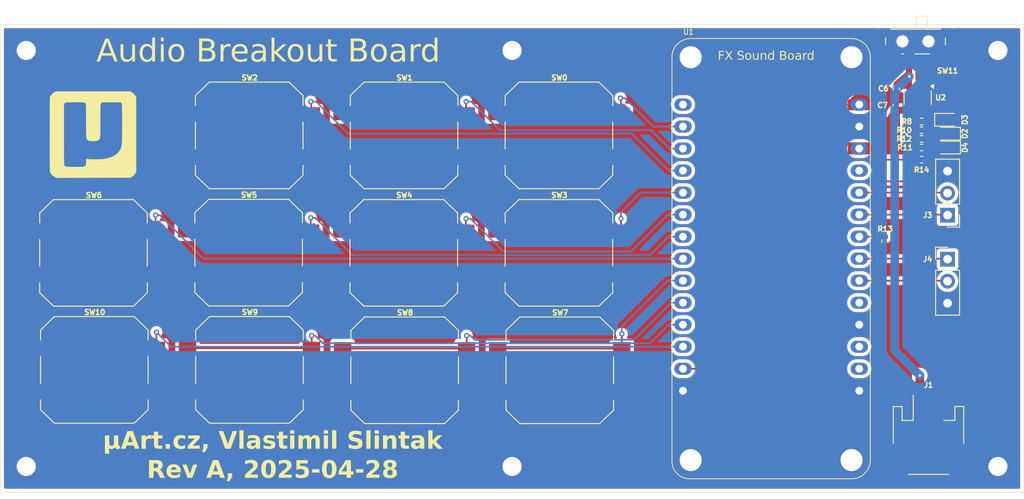
<source format=kicad_pcb>
(kicad_pcb
	(version 20241229)
	(generator "pcbnew")
	(generator_version "9.0")
	(general
		(thickness 1.6)
		(legacy_teardrops no)
	)
	(paper "A4")
	(title_block
		(title "Audio Breakout Board")
		(date "2025-04-28")
		(rev "A")
		(company "µArt.cz")
		(comment 1 "Vlastimil Slintak")
	)
	(layers
		(0 "F.Cu" signal)
		(2 "B.Cu" signal)
		(9 "F.Adhes" user "F.Adhesive")
		(11 "B.Adhes" user "B.Adhesive")
		(13 "F.Paste" user)
		(15 "B.Paste" user)
		(5 "F.SilkS" user "F.Silkscreen")
		(7 "B.SilkS" user "B.Silkscreen")
		(1 "F.Mask" user)
		(3 "B.Mask" user)
		(17 "Dwgs.User" user "User.Drawings")
		(19 "Cmts.User" user "User.Comments")
		(21 "Eco1.User" user "User.Eco1")
		(23 "Eco2.User" user "User.Eco2")
		(25 "Edge.Cuts" user)
		(27 "Margin" user)
		(31 "F.CrtYd" user "F.Courtyard")
		(29 "B.CrtYd" user "B.Courtyard")
		(35 "F.Fab" user)
		(33 "B.Fab" user)
		(39 "User.1" user)
		(41 "User.2" user)
		(43 "User.3" user)
		(45 "User.4" user)
	)
	(setup
		(pad_to_mask_clearance 0)
		(allow_soldermask_bridges_in_footprints no)
		(tenting front back)
		(aux_axis_origin 173.5 102.1)
		(grid_origin 173.5 102.1)
		(pcbplotparams
			(layerselection 0x00000000_00000000_55555555_5755f5ff)
			(plot_on_all_layers_selection 0x00000000_00000000_00000000_00000000)
			(disableapertmacros no)
			(usegerberextensions no)
			(usegerberattributes yes)
			(usegerberadvancedattributes yes)
			(creategerberjobfile yes)
			(dashed_line_dash_ratio 12.000000)
			(dashed_line_gap_ratio 3.000000)
			(svgprecision 4)
			(plotframeref no)
			(mode 1)
			(useauxorigin no)
			(hpglpennumber 1)
			(hpglpenspeed 20)
			(hpglpendiameter 15.000000)
			(pdf_front_fp_property_popups yes)
			(pdf_back_fp_property_popups yes)
			(pdf_metadata yes)
			(pdf_single_document no)
			(dxfpolygonmode yes)
			(dxfimperialunits yes)
			(dxfusepcbnewfont yes)
			(psnegative no)
			(psa4output no)
			(plot_black_and_white yes)
			(sketchpadsonfab no)
			(plotpadnumbers no)
			(hidednponfab no)
			(sketchdnponfab yes)
			(crossoutdnponfab yes)
			(subtractmaskfromsilk no)
			(outputformat 1)
			(mirror no)
			(drillshape 1)
			(scaleselection 1)
			(outputdirectory "")
		)
	)
	(net 0 "")
	(net 1 "+BATT")
	(net 2 "Net-(D3-K)")
	(net 3 "+5V")
	(net 4 "GND")
	(net 5 "Net-(D2-K)")
	(net 6 "Net-(D2-A)")
	(net 7 "Net-(R10-Pad1)")
	(net 8 "Net-(U2-PROG)")
	(net 9 "Net-(SW0-A)")
	(net 10 "Net-(SW1-A)")
	(net 11 "Net-(SW2-A)")
	(net 12 "Net-(SW3-A)")
	(net 13 "Net-(SW4-A)")
	(net 14 "Net-(SW5-A)")
	(net 15 "Net-(SW6-A)")
	(net 16 "Net-(SW7-A)")
	(net 17 "Net-(SW8-A)")
	(net 18 "Net-(SW9-A)")
	(net 19 "Net-(SW10-A)")
	(net 20 "unconnected-(U1-RST-Pad15)")
	(net 21 "unconnected-(U1-R-Pad12)")
	(net 22 "unconnected-(U1-L-Pad13)")
	(net 23 "Net-(D4-K)")
	(net 24 "Net-(D4-A)")
	(net 25 "Net-(U1-UG)")
	(net 26 "VCC")
	(net 27 "Net-(J4-Pin_2)")
	(net 28 "Net-(J3-Pin_1)")
	(net 29 "Net-(J4-Pin_1)")
	(net 30 "Net-(J3-Pin_2)")
	(net 31 "unconnected-(SW11-A-Pad1)")
	(net 32 "unconnected-(U1-CS-Pad10)")
	(net 33 "unconnected-(U1-PB-Pad4)")
	(footprint "MountingHole:MountingHole_2.2mm_M2_DIN965_Pad" (layer "F.Cu") (at 117.5 102.1))
	(footprint "Connector_PinHeader_2.54mm:PinHeader_1x03_P2.54mm_Vertical" (layer "F.Cu") (at 167.7 73.1 180))
	(footprint "LED_SMD:LED_0603_1608Metric" (layer "F.Cu") (at 167.7 62.1))
	(footprint "Resistor_SMD:R_0402_1005Metric" (layer "F.Cu") (at 164.7 63.3 180))
	(footprint "Resistor_SMD:R_0402_1005Metric" (layer "F.Cu") (at 164.7 66.7 180))
	(footprint "MountingHole:MountingHole_2.2mm_M2_DIN965_Pad" (layer "F.Cu") (at 117.5 54.1))
	(footprint "MountingHole:MountingHole_2.2mm_M2_DIN965_Pad" (layer "F.Cu") (at 173.5 102.1))
	(footprint "LOGO" (layer "F.Cu") (at 69.2 63.8))
	(footprint "parts:TS-1103S-C-Q" (layer "F.Cu") (at 69.25 77.455))
	(footprint "Capacitor_SMD:C_0402_1005Metric" (layer "F.Cu") (at 161.8 60.42 90))
	(footprint "LED_SMD:LED_0603_1608Metric" (layer "F.Cu") (at 167.7 63.7 180))
	(footprint "Package_TO_SOT_SMD:SOT-23-5" (layer "F.Cu") (at 164.25 59.5375 -90))
	(footprint "Connector_PinHeader_2.54mm:PinHeader_1x03_P2.54mm_Vertical" (layer "F.Cu") (at 167.7 78.18))
	(footprint "parts:TS-1103S-C-Q" (layer "F.Cu") (at 122.9025 77.45))
	(footprint "MountingHole:MountingHole_2.2mm_M2_DIN965_Pad" (layer "F.Cu") (at 173.5 54.1))
	(footprint "parts:Adafruit-Audio-FX" (layer "F.Cu") (at 150.3595 83.872))
	(footprint "LED_SMD:LED_0603_1608Metric" (layer "F.Cu") (at 167.7 65.3 180))
	(footprint "MountingHole:MountingHole_2.2mm_M2_DIN965_Pad" (layer "F.Cu") (at 61.5 102.1))
	(footprint "parts:TS-1103S-C-Q" (layer "F.Cu") (at 105.0525 63.9))
	(footprint "MountingHole:MountingHole_2.2mm_M2_DIN965_Pad" (layer "F.Cu") (at 61.5 54.1))
	(footprint "parts:TS-1103S-C-Q" (layer "F.Cu") (at 69.3475 90.955))
	(footprint "Resistor_SMD:R_0402_1005Metric" (layer "F.Cu") (at 160.5 76.1 90))
	(footprint "Button_Switch_SMD:SW_SPDT_PCM12" (layer "F.Cu") (at 164 53.375 180))
	(footprint "Connector_JST:JST_PH_S2B-PH-SM4-TB_1x02-1MP_P2.00mm_Horizontal" (layer "F.Cu") (at 165.5 98.5))
	(footprint "Resistor_SMD:R_0402_1005Metric" (layer "F.Cu") (at 164.7 62.3 180))
	(footprint "Capacitor_SMD:C_0402_1005Metric" (layer "F.Cu") (at 161.8 58.52 -90))
	(footprint "parts:TS-1103S-C-Q" (layer "F.Cu") (at 105.115833 91))
	(footprint "parts:TS-1103S-C-Q" (layer "F.Cu") (at 122.9025 63.9))
	(footprint "Resistor_SMD:R_0402_1005Metric" (layer "F.Cu") (at 164.71 65.3))
	(footprint "parts:TS-1103S-C-Q" (layer "F.Cu") (at 105.018333 77.45))
	(footprint "parts:TS-1103S-C-Q" (layer "F.Cu") (at 87.231667 90.955))
	(footprint "parts:TS-1103S-C-Q" (layer "F.Cu") (at 87.2025 63.9))
	(footprint "parts:TS-1103S-C-Q" (layer "F.Cu") (at 123 91))
	(footprint "parts:TS-1103S-C-Q"
		(layer "F.Cu")
		(uuid "fb715f9a-ae4b-43b5-a61e-16197682f6b9")
		(at 87.134167 77.4275)
		(tags "Button Tactile Switch SPST 1P1T")
		(property "Reference" "SW5"
			(at 0.05 -6.655 0)
			(layer "F.SilkS")
			(uuid "67faf8e9-0221-4ab4-94fa-b5a0574a6adf")
			(effects
				(font
					(size 0.6 0.6)
					(thickness 0.15)
				)
			)
		)
		(property "Value" "~"
			(at 0 7.1 0)
			(layer "F.Fab")
			(uuid "a0507640-add8-4f62-b426-b9409f8fb09f")
			(effects
				(font
					(size 1 1)
					(thickness 0.15)
				)
			)
		)
		(property "Datasheet" ""
			(at 0 0 0)
			(unlocked yes)
			(layer "F.Fab")
			(hide yes)
			(uuid "acc829b7-113d-4a5a-9862-b186d2530b90")
			(effects
				(font
					(size 1.27 1.27)
					(thickness 0.15)
				)
			)
		)
		(property "Description" "Single Pole Single Throw (SPST) switch"
			(at 0 0 0)
			(unlocked yes)
			(layer "F.Fab")
			(hide yes)
			(uuid "2000a34d-b501-4683-87ba-6432b0ee26cf")
			(effects
				(font
					(size 1.27 1.27)
					(thickness 0.15)
				)
			)
		)
		(property "LCSC" "C318914"
			(at 0 0 0)
			(unlocked yes)
			(layer "F.Fab")
			(hide yes)
			(uuid "b370b0a4-8363-4dd2-a487-0ad5215413d9")
			(effects
				(font
					(size 1 1)
					(thickness 0.15)
				)
			)
		)
		(path "/7f211fa2-1b56-4493-81ea-92836c8fa828")
		(sheetname "/")
		(sheetfile "audio-breakout-revA.kicad_sch")
		(attr smd)
		(fp_line
			(start -6.2 -4.6)
			(end -4.6 -6.15)
			(stroke
				(width 0.12)
				(type solid)
			)
			(layer "F.SilkS")
			(uuid "9172c837-f93d-4fe1-8849-ace2750cc7c3")
		)
		(fp_line
			(start -6.2 -3.45)
			(end -6.2 -4.6)
			(stroke
				(width 0.12)
				(type solid)
			)
			(layer "F.SilkS")
			(uuid "34a32626-c9a4-4e01-be76-d77126f190d1")
		)
		(fp_line
			(start -6.2 -1.55)
			(end -6.2 1.55)
			(stroke
				(width 0.12)
				(type solid)
			)
			(layer "F.SilkS")
			(uuid "1e72f6e5-1b07-4257-89ba-4cfa62067d52")
		)
		(fp_line
			(start -6.2 3.45)
			(end -6.2 4.6)
			(stroke
				(width 0.12)
				(type solid)
			)
			(layer "F.SilkS")
			(uuid "bdabdba6-b0d6-4e30-bac7-deedb4e7185d")
		)
		(fp_line
			(start -6.2 4.6)
			(end -4.6 6.15)
			(stroke
				(width 0.12)
				(type solid)
			)
			(layer "F.SilkS")
			(uuid "136feb71-39fe-4acf-a5ec-32c8d31f6ffe")
		)
		(fp_line
			(start -4.6 -6.15)
			(end 4.6 -6.15)
			(stroke
				(width 0.12)
				(type solid)
			)
			(layer "F.SilkS")
			(uuid "15838d00-27f5-491d-8bcf-f0e59de79bf8")
		)
		(fp_line
			(start -4.6 6.15)
			(end 4.6 6.15)
			(stroke
				(width 0.12)
				(type solid)
			)
			(layer "F.SilkS")
			(uuid "15ef9b11-219a-4b59-bcb0-81c880fe17f8")
		)
		(fp_line
			(start 4.6 -6.15)
			(end 6.2 -4.6)
			(stroke
				(width 0.12)
				(type solid)
			)
			(layer "F.SilkS")
			(uuid "ff79b595-8d37-4702-aa70-9edce3aab72e")
		)
		(fp_line
			(start 4.6 6.15)
			(end 6.2 4.6)
			(stroke
				(width 0.12)
				(type solid)
			)
			(layer "F.SilkS")
			(uuid "bd1e94be-e51c-4420-9e40-9772f07495bb")
		)
		(fp_line
			(start 6.2 -3.45)
			(end 6.2 -4.6)
			(stroke
				(width 0.12)
				(type solid)
			)
			(layer "F.SilkS")
			(uuid "0bf8b19d-749c-4a9e-a46f-4f2c6d6531ab")
		)
		(fp_line
			(start 6.2 -1.55)
			(end 6.2 1.55)
			(stroke
				(width 0.12)
				(type solid)
			)
			(layer "F.SilkS")
			(uuid "4026afa5-f58f-4885-b04d-da76d739f068")
		)
		(fp_line
			(start 6.2 3.45)
			(end 6.2 4.6)
			(stroke
				(width 0.12)
				(type solid)
			)
			(layer "F.SilkS")
			(uuid "2bc32ff5-8
... [286516 chars truncated]
</source>
